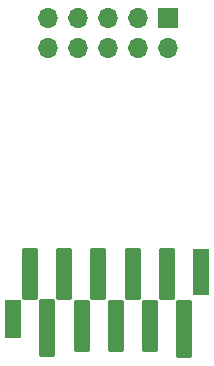
<source format=gbr>
%TF.GenerationSoftware,KiCad,Pcbnew,7.0.7*%
%TF.CreationDate,2024-03-02T19:00:11-05:00*%
%TF.ProjectId,BBAMemCardPCB,4242414d-656d-4436-9172-645043422e6b,rev?*%
%TF.SameCoordinates,Original*%
%TF.FileFunction,Soldermask,Top*%
%TF.FilePolarity,Negative*%
%FSLAX46Y46*%
G04 Gerber Fmt 4.6, Leading zero omitted, Abs format (unit mm)*
G04 Created by KiCad (PCBNEW 7.0.7) date 2024-03-02 19:00:11*
%MOMM*%
%LPD*%
G01*
G04 APERTURE LIST*
G04 Aperture macros list*
%AMRoundRect*
0 Rectangle with rounded corners*
0 $1 Rounding radius*
0 $2 $3 $4 $5 $6 $7 $8 $9 X,Y pos of 4 corners*
0 Add a 4 corners polygon primitive as box body*
4,1,4,$2,$3,$4,$5,$6,$7,$8,$9,$2,$3,0*
0 Add four circle primitives for the rounded corners*
1,1,$1+$1,$2,$3*
1,1,$1+$1,$4,$5*
1,1,$1+$1,$6,$7*
1,1,$1+$1,$8,$9*
0 Add four rect primitives between the rounded corners*
20,1,$1+$1,$2,$3,$4,$5,0*
20,1,$1+$1,$4,$5,$6,$7,0*
20,1,$1+$1,$6,$7,$8,$9,0*
20,1,$1+$1,$8,$9,$2,$3,0*%
G04 Aperture macros list end*
%ADD10R,1.700000X1.700000*%
%ADD11O,1.700000X1.700000*%
%ADD12RoundRect,0.076200X-0.593701X-1.571565X0.593701X-1.571565X0.593701X1.571565X-0.593701X1.571565X0*%
%ADD13RoundRect,0.076200X-0.593701X-2.095420X0.593701X-2.095420X0.593701X2.095420X-0.593701X2.095420X0*%
%ADD14RoundRect,0.076200X-0.593701X-2.339885X0.593701X-2.339885X0.593701X2.339885X-0.593701X2.339885X0*%
%ADD15RoundRect,0.076200X-0.593701X-1.885878X0.593701X-1.885878X0.593701X1.885878X-0.593701X1.885878X0*%
G04 APERTURE END LIST*
D10*
%TO.C,J2*%
X144297400Y-93758000D03*
D11*
X144297400Y-96298000D03*
X141757400Y-93758000D03*
X141757400Y-96298000D03*
X139217400Y-93758000D03*
X139217400Y-96298000D03*
X136677400Y-93758000D03*
X136677400Y-96298000D03*
X134137400Y-93758000D03*
X134137400Y-96298000D03*
%TD*%
D12*
%TO.C,J1*%
X131148000Y-119229000D03*
D13*
X132548000Y-115429000D03*
D14*
X134048000Y-119979000D03*
D13*
X135498000Y-115429000D03*
X136948000Y-119779000D03*
X138348000Y-115429000D03*
X139848000Y-119779000D03*
X141298000Y-115429000D03*
X142748000Y-119779000D03*
X144148000Y-115429000D03*
D14*
X145648000Y-120029000D03*
D15*
X147098000Y-115229000D03*
%TD*%
M02*

</source>
